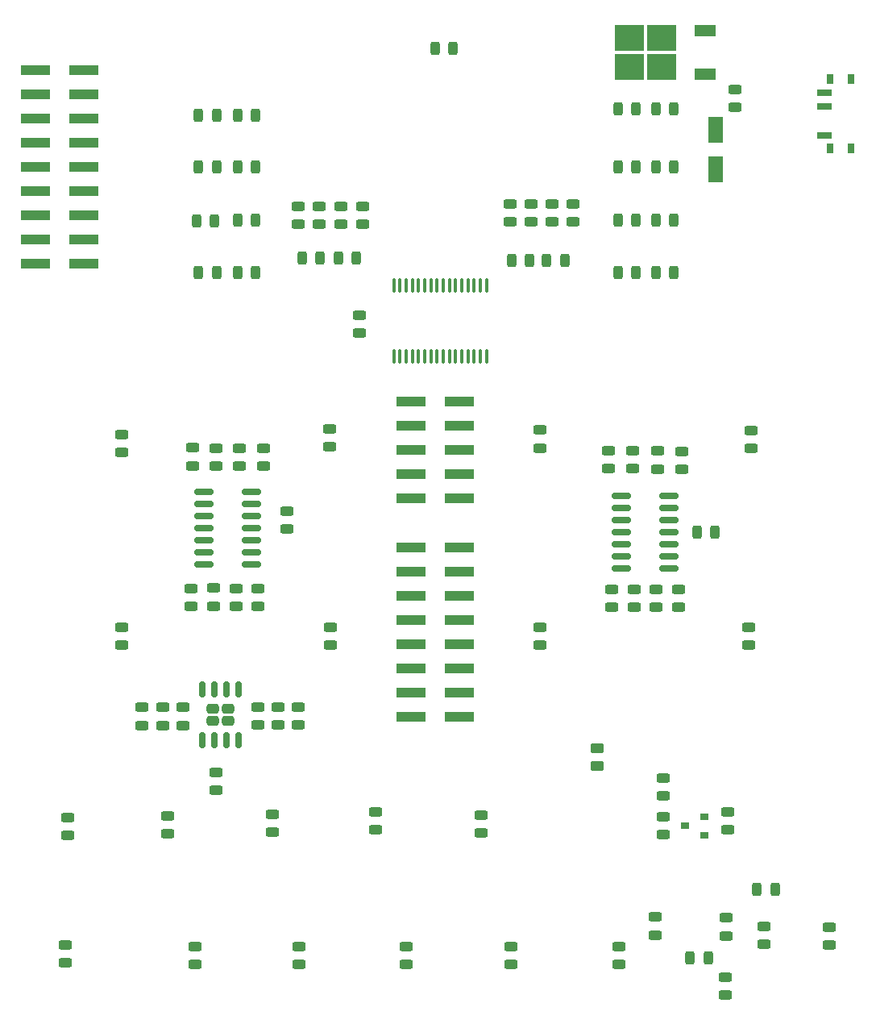
<source format=gbr>
%TF.GenerationSoftware,KiCad,Pcbnew,6.0.7-1.fc36*%
%TF.CreationDate,2022-09-03T22:34:53+00:00*%
%TF.ProjectId,fjol-top,666a6f6c-2d74-46f7-902e-6b696361645f,rev?*%
%TF.SameCoordinates,Original*%
%TF.FileFunction,Paste,Top*%
%TF.FilePolarity,Positive*%
%FSLAX46Y46*%
G04 Gerber Fmt 4.6, Leading zero omitted, Abs format (unit mm)*
G04 Created by KiCad (PCBNEW 6.0.7-1.fc36) date 2022-09-03 22:34:53*
%MOMM*%
%LPD*%
G01*
G04 APERTURE LIST*
G04 Aperture macros list*
%AMRoundRect*
0 Rectangle with rounded corners*
0 $1 Rounding radius*
0 $2 $3 $4 $5 $6 $7 $8 $9 X,Y pos of 4 corners*
0 Add a 4 corners polygon primitive as box body*
4,1,4,$2,$3,$4,$5,$6,$7,$8,$9,$2,$3,0*
0 Add four circle primitives for the rounded corners*
1,1,$1+$1,$2,$3*
1,1,$1+$1,$4,$5*
1,1,$1+$1,$6,$7*
1,1,$1+$1,$8,$9*
0 Add four rect primitives between the rounded corners*
20,1,$1+$1,$2,$3,$4,$5,0*
20,1,$1+$1,$4,$5,$6,$7,0*
20,1,$1+$1,$6,$7,$8,$9,0*
20,1,$1+$1,$8,$9,$2,$3,0*%
G04 Aperture macros list end*
%ADD10RoundRect,0.150000X0.825000X0.150000X-0.825000X0.150000X-0.825000X-0.150000X0.825000X-0.150000X0*%
%ADD11RoundRect,0.243750X-0.456250X0.243750X-0.456250X-0.243750X0.456250X-0.243750X0.456250X0.243750X0*%
%ADD12RoundRect,0.250000X-0.550000X1.137500X-0.550000X-1.137500X0.550000X-1.137500X0.550000X1.137500X0*%
%ADD13RoundRect,0.243750X0.456250X-0.243750X0.456250X0.243750X-0.456250X0.243750X-0.456250X-0.243750X0*%
%ADD14RoundRect,0.243750X0.243750X0.456250X-0.243750X0.456250X-0.243750X-0.456250X0.243750X-0.456250X0*%
%ADD15RoundRect,0.243750X-0.243750X-0.456250X0.243750X-0.456250X0.243750X0.456250X-0.243750X0.456250X0*%
%ADD16R,3.150000X1.000000*%
%ADD17R,0.900000X0.800000*%
%ADD18R,3.050000X2.750000*%
%ADD19R,2.200000X1.200000*%
%ADD20R,0.800000X1.000000*%
%ADD21R,1.500000X0.700000*%
%ADD22RoundRect,0.100000X0.100000X-0.637500X0.100000X0.637500X-0.100000X0.637500X-0.100000X-0.637500X0*%
%ADD23RoundRect,0.250000X-0.395000X0.255000X-0.395000X-0.255000X0.395000X-0.255000X0.395000X0.255000X0*%
%ADD24RoundRect,0.150000X-0.150000X0.662500X-0.150000X-0.662500X0.150000X-0.662500X0.150000X0.662500X0*%
%ADD25RoundRect,0.250000X-0.450000X0.262500X-0.450000X-0.262500X0.450000X-0.262500X0.450000X0.262500X0*%
G04 APERTURE END LIST*
D10*
%TO.C,U10*%
X161776838Y-112111780D03*
X161776838Y-110841780D03*
X161776838Y-109571780D03*
X161776838Y-108301780D03*
X161776838Y-107031780D03*
X161776838Y-105761780D03*
X161776838Y-104491780D03*
X156826838Y-104491780D03*
X156826838Y-105761780D03*
X156826838Y-107031780D03*
X156826838Y-108301780D03*
X156826838Y-109571780D03*
X156826838Y-110841780D03*
X156826838Y-112111780D03*
%TD*%
D11*
%TO.C,C8*%
X108613438Y-126721180D03*
X108613438Y-128596180D03*
%TD*%
%TO.C,C9*%
X120725938Y-126708680D03*
X120725938Y-128583680D03*
%TD*%
D12*
%TO.C,C14*%
X166705938Y-66056480D03*
X166705938Y-70181480D03*
%TD*%
D11*
%TO.C,C18*%
X168713438Y-61821180D03*
X168713438Y-63696180D03*
%TD*%
%TO.C,C32*%
X116299638Y-114245379D03*
X116299638Y-116120379D03*
%TD*%
%TO.C,C33*%
X113962838Y-114194580D03*
X113962838Y-116069580D03*
%TD*%
D13*
%TO.C,C42*%
X158023372Y-101659313D03*
X158023372Y-99784313D03*
%TD*%
%TO.C,C35*%
X114216838Y-101356046D03*
X114216838Y-99481046D03*
%TD*%
D11*
%TO.C,C36*%
X121688438Y-106121180D03*
X121688438Y-107996180D03*
%TD*%
D14*
%TO.C,C37*%
X166663438Y-108296180D03*
X164788438Y-108296180D03*
%TD*%
D11*
%TO.C,C38*%
X158124972Y-114296180D03*
X158124972Y-116171180D03*
%TD*%
%TO.C,C40*%
X160478705Y-114351578D03*
X160478705Y-116226578D03*
%TD*%
D13*
%TO.C,C41*%
X160580305Y-101676246D03*
X160580305Y-99801246D03*
%TD*%
%TO.C,C34*%
X119195238Y-101374512D03*
X119195238Y-99499512D03*
%TD*%
D15*
%TO.C,C46*%
X171064338Y-145830280D03*
X172939338Y-145830280D03*
%TD*%
D11*
%TO.C,C45*%
X129286000Y-85524100D03*
X129286000Y-87399100D03*
%TD*%
D16*
%TO.C,J6*%
X134730589Y-94591180D03*
X139780589Y-94591180D03*
X134730589Y-97131180D03*
X139780589Y-97131180D03*
X134730589Y-99671180D03*
X139780589Y-99671180D03*
X134730589Y-102211180D03*
X139780589Y-102211180D03*
X134730589Y-104751180D03*
X139780589Y-104751180D03*
%TD*%
D15*
%TO.C,L7*%
X137200938Y-57546180D03*
X139075938Y-57546180D03*
%TD*%
D11*
%TO.C,L8*%
X171811338Y-149733780D03*
X171811338Y-151608780D03*
%TD*%
D13*
%TO.C,L9*%
X178605838Y-151642280D03*
X178605838Y-149767280D03*
%TD*%
D11*
%TO.C,L10*%
X167760038Y-155037780D03*
X167760038Y-156912780D03*
%TD*%
D14*
%TO.C,L11*%
X165905000Y-153030000D03*
X164030000Y-153030000D03*
%TD*%
D17*
%TO.C,Q1*%
X165488438Y-140121180D03*
X165488438Y-138221180D03*
X163488438Y-139171180D03*
%TD*%
D11*
%TO.C,R11*%
X126273372Y-118286280D03*
X126273372Y-120161280D03*
%TD*%
%TO.C,R12*%
X130988438Y-137708680D03*
X130988438Y-139583680D03*
%TD*%
%TO.C,R13*%
X104310838Y-118286280D03*
X104310838Y-120161280D03*
%TD*%
%TO.C,R14*%
X142088438Y-138046180D03*
X142088438Y-139921180D03*
%TD*%
%TO.C,R28*%
X148238438Y-97596180D03*
X148238438Y-99471180D03*
%TD*%
%TO.C,R29*%
X145204838Y-151799280D03*
X145204838Y-153674280D03*
%TD*%
%TO.C,R17*%
X104310838Y-98046180D03*
X104310838Y-99921180D03*
%TD*%
%TO.C,R18*%
X122916338Y-151799280D03*
X122916338Y-153674280D03*
%TD*%
%TO.C,R19*%
X118636438Y-114228446D03*
X118636438Y-116103446D03*
%TD*%
%TO.C,R20*%
X111626038Y-114211513D03*
X111626038Y-116086513D03*
%TD*%
D13*
%TO.C,R34*%
X155466438Y-101642380D03*
X155466438Y-99767380D03*
%TD*%
%TO.C,R22*%
X111727638Y-101337580D03*
X111727638Y-99462580D03*
%TD*%
D11*
%TO.C,R23*%
X148235905Y-118286280D03*
X148235905Y-120161280D03*
%TD*%
%TO.C,R24*%
X111994338Y-151799280D03*
X111994338Y-153674280D03*
%TD*%
%TO.C,R25*%
X170198438Y-118286280D03*
X170198438Y-120161280D03*
%TD*%
%TO.C,R26*%
X170413438Y-97621180D03*
X170413438Y-99496180D03*
%TD*%
%TO.C,R27*%
X156507838Y-151799280D03*
X156507838Y-153674280D03*
%TD*%
%TO.C,R15*%
X126188438Y-97446180D03*
X126188438Y-99321180D03*
%TD*%
%TO.C,R16*%
X134219338Y-151799280D03*
X134219338Y-153674280D03*
%TD*%
%TO.C,R31*%
X155771238Y-114314646D03*
X155771238Y-116189646D03*
%TD*%
%TO.C,R32*%
X162832438Y-114333112D03*
X162832438Y-116208112D03*
%TD*%
D13*
%TO.C,R33*%
X163137238Y-101693179D03*
X163137238Y-99818179D03*
%TD*%
%TO.C,R21*%
X116706038Y-101392978D03*
X116706038Y-99517978D03*
%TD*%
D15*
%TO.C,R30*%
X160463438Y-63846180D03*
X162338438Y-63846180D03*
%TD*%
%TO.C,R35*%
X156438438Y-63846180D03*
X158313438Y-63846180D03*
%TD*%
D13*
%TO.C,R50*%
X167810838Y-150689780D03*
X167810838Y-148814780D03*
%TD*%
%TO.C,R54*%
X98638438Y-140146180D03*
X98638438Y-138271180D03*
%TD*%
%TO.C,R55*%
X98338438Y-153496180D03*
X98338438Y-151621180D03*
%TD*%
D15*
%TO.C,R36*%
X160463438Y-69946180D03*
X162338438Y-69946180D03*
%TD*%
%TO.C,R37*%
X156438438Y-69946180D03*
X158313438Y-69946180D03*
%TD*%
D13*
%TO.C,R38*%
X167988438Y-139571180D03*
X167988438Y-137696180D03*
%TD*%
%TO.C,R40*%
X161238438Y-136021180D03*
X161238438Y-134146180D03*
%TD*%
D10*
%TO.C,U9*%
X117898338Y-111730780D03*
X117898338Y-110460780D03*
X117898338Y-109190780D03*
X117898338Y-107920780D03*
X117898338Y-106650780D03*
X117898338Y-105380780D03*
X117898338Y-104110780D03*
X112948338Y-104110780D03*
X112948338Y-105380780D03*
X112948338Y-106650780D03*
X112948338Y-107920780D03*
X112948338Y-109190780D03*
X112948338Y-110460780D03*
X112948338Y-111730780D03*
%TD*%
D18*
%TO.C,U5*%
X161010438Y-59433180D03*
X157660438Y-59433180D03*
X161010438Y-56383180D03*
X157660438Y-56383180D03*
D19*
X165635438Y-60188180D03*
X165635438Y-55628180D03*
%TD*%
D15*
%TO.C,R52*%
X160463438Y-75521180D03*
X162338438Y-75521180D03*
%TD*%
D14*
%TO.C,R53*%
X158313438Y-75521180D03*
X156438438Y-75521180D03*
%TD*%
D20*
%TO.C,SW2*%
X180957838Y-60745780D03*
X178747838Y-68045780D03*
X180957838Y-68045780D03*
X178747838Y-60745780D03*
D21*
X178097838Y-66645780D03*
X178097838Y-63645780D03*
X178097838Y-62145780D03*
%TD*%
D16*
%TO.C,J7*%
X134730589Y-109931180D03*
X139780589Y-109931180D03*
X134730589Y-112471180D03*
X139780589Y-112471180D03*
X134730589Y-115011180D03*
X139780589Y-115011180D03*
X134730589Y-117551180D03*
X139780589Y-117551180D03*
X134730589Y-120091180D03*
X139780589Y-120091180D03*
X134730589Y-122631180D03*
X139780589Y-122631180D03*
X134730589Y-125171180D03*
X139780589Y-125171180D03*
X134730589Y-127711180D03*
X139780589Y-127711180D03*
%TD*%
%TO.C,J5*%
X100338838Y-80107780D03*
X95288838Y-80107780D03*
X100338838Y-77567780D03*
X95288838Y-77567780D03*
X100338838Y-75027780D03*
X95288838Y-75027780D03*
X100338838Y-72487780D03*
X95288838Y-72487780D03*
X100338838Y-69947780D03*
X95288838Y-69947780D03*
X100338838Y-67407780D03*
X95288838Y-67407780D03*
X100338838Y-64867780D03*
X95288838Y-64867780D03*
X100338838Y-62327780D03*
X95288838Y-62327780D03*
X100338838Y-59787780D03*
X95288838Y-59787780D03*
%TD*%
D13*
%TO.C,R41*%
X161213438Y-140096180D03*
X161213438Y-138221180D03*
%TD*%
%TO.C,R51*%
X160394038Y-150613580D03*
X160394038Y-148738580D03*
%TD*%
D15*
%TO.C,C39*%
X148963438Y-79746180D03*
X150838438Y-79746180D03*
%TD*%
D14*
%TO.C,C43*%
X147188438Y-79746180D03*
X145313438Y-79746180D03*
%TD*%
D15*
%TO.C,C51*%
X127063438Y-79496180D03*
X128938438Y-79496180D03*
%TD*%
D14*
%TO.C,C52*%
X125163438Y-79496180D03*
X123288438Y-79496180D03*
%TD*%
D13*
%TO.C,R82*%
X151688438Y-75696180D03*
X151688438Y-73821180D03*
%TD*%
%TO.C,R83*%
X149488438Y-75696180D03*
X149488438Y-73821180D03*
%TD*%
%TO.C,R84*%
X147288438Y-75696180D03*
X147288438Y-73821180D03*
%TD*%
D11*
%TO.C,R85*%
X145088438Y-73821180D03*
X145088438Y-75696180D03*
%TD*%
D13*
%TO.C,R86*%
X129588438Y-75946180D03*
X129588438Y-74071180D03*
%TD*%
%TO.C,R87*%
X127338438Y-75946180D03*
X127338438Y-74071180D03*
%TD*%
%TO.C,R88*%
X125088438Y-75946180D03*
X125088438Y-74071180D03*
%TD*%
D11*
%TO.C,R89*%
X122838438Y-74071180D03*
X122838438Y-75946180D03*
%TD*%
D15*
%TO.C,R64*%
X160463438Y-81046180D03*
X162338438Y-81046180D03*
%TD*%
D14*
%TO.C,R65*%
X158313438Y-81046180D03*
X156438438Y-81046180D03*
%TD*%
D13*
%TO.C,R66*%
X106463438Y-128596180D03*
X106463438Y-126721180D03*
%TD*%
D11*
%TO.C,R67*%
X109113438Y-138083680D03*
X109113438Y-139958680D03*
%TD*%
D13*
%TO.C,R68*%
X122863438Y-128583680D03*
X122863438Y-126708680D03*
%TD*%
D11*
%TO.C,R69*%
X120100938Y-137933680D03*
X120100938Y-139808680D03*
%TD*%
%TO.C,R70*%
X110763438Y-126721180D03*
X110763438Y-128596180D03*
%TD*%
%TO.C,R71*%
X118588438Y-126708680D03*
X118588438Y-128583680D03*
%TD*%
D14*
%TO.C,R72*%
X114263438Y-64571180D03*
X112388438Y-64571180D03*
%TD*%
%TO.C,R73*%
X118363438Y-64571180D03*
X116488438Y-64571180D03*
%TD*%
%TO.C,R74*%
X114263438Y-69946180D03*
X112388438Y-69946180D03*
%TD*%
%TO.C,R75*%
X118363438Y-69946180D03*
X116488438Y-69946180D03*
%TD*%
%TO.C,R76*%
X114069100Y-75590400D03*
X112194100Y-75590400D03*
%TD*%
%TO.C,R77*%
X118363438Y-75521180D03*
X116488438Y-75521180D03*
%TD*%
%TO.C,R78*%
X114263438Y-81046180D03*
X112388438Y-81046180D03*
%TD*%
%TO.C,R79*%
X118363438Y-81046180D03*
X116488438Y-81046180D03*
%TD*%
D22*
%TO.C,U12*%
X132894600Y-89869300D03*
X133544600Y-89869300D03*
X134194600Y-89869300D03*
X134844600Y-89869300D03*
X135494600Y-89869300D03*
X136144600Y-89869300D03*
X136794600Y-89869300D03*
X137444600Y-89869300D03*
X138094600Y-89869300D03*
X138744600Y-89869300D03*
X139394600Y-89869300D03*
X140044600Y-89869300D03*
X140694600Y-89869300D03*
X141344600Y-89869300D03*
X141994600Y-89869300D03*
X142644600Y-89869300D03*
X142644600Y-82444300D03*
X141994600Y-82444300D03*
X141344600Y-82444300D03*
X140694600Y-82444300D03*
X140044600Y-82444300D03*
X139394600Y-82444300D03*
X138744600Y-82444300D03*
X138094600Y-82444300D03*
X137444600Y-82444300D03*
X136794600Y-82444300D03*
X136144600Y-82444300D03*
X135494600Y-82444300D03*
X134844600Y-82444300D03*
X134194600Y-82444300D03*
X133544600Y-82444300D03*
X132894600Y-82444300D03*
%TD*%
D13*
%TO.C,C11*%
X114188438Y-135396180D03*
X114188438Y-133521180D03*
%TD*%
D23*
%TO.C,U13*%
X113863438Y-126866180D03*
X115463438Y-126866180D03*
X113863438Y-128126180D03*
X115463438Y-128126180D03*
D24*
X116568438Y-124858680D03*
X115298438Y-124858680D03*
X114028438Y-124858680D03*
X112758438Y-124858680D03*
X112758438Y-130133680D03*
X114028438Y-130133680D03*
X115298438Y-130133680D03*
X116568438Y-130133680D03*
%TD*%
D25*
%TO.C,R5*%
X154275000Y-131012500D03*
X154275000Y-132837500D03*
%TD*%
M02*

</source>
